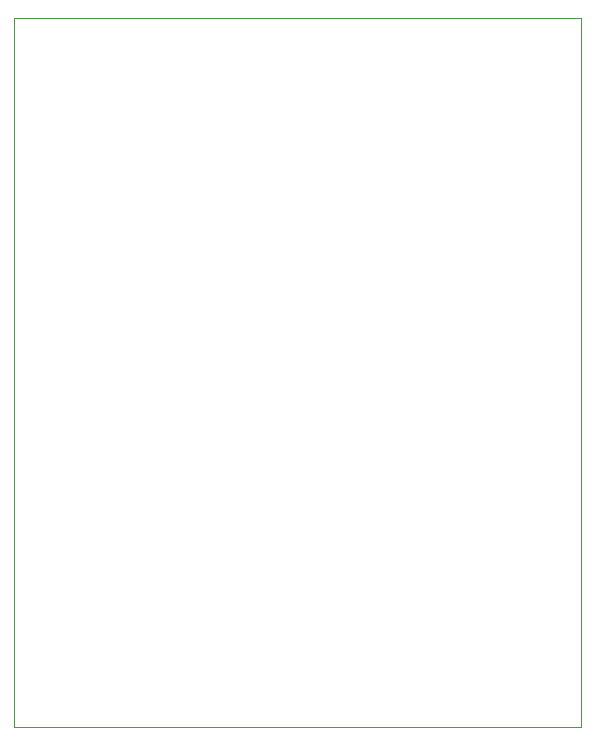
<source format=gm1>
%TF.GenerationSoftware,KiCad,Pcbnew,9.0.2-9.0.2-0~ubuntu22.04.1*%
%TF.CreationDate,2025-06-30T18:50:19+01:00*%
%TF.ProjectId,pcb,7063622e-6b69-4636-9164-5f7063625858,rev?*%
%TF.SameCoordinates,Original*%
%TF.FileFunction,Profile,NP*%
%FSLAX46Y46*%
G04 Gerber Fmt 4.6, Leading zero omitted, Abs format (unit mm)*
G04 Created by KiCad (PCBNEW 9.0.2-9.0.2-0~ubuntu22.04.1) date 2025-06-30 18:50:19*
%MOMM*%
%LPD*%
G01*
G04 APERTURE LIST*
%TA.AperFunction,Profile*%
%ADD10C,0.050000*%
%TD*%
G04 APERTURE END LIST*
D10*
X64000000Y-39500000D02*
X112000000Y-39500000D01*
X112000000Y-99500000D01*
X64000000Y-99500000D01*
X64000000Y-39500000D01*
M02*

</source>
